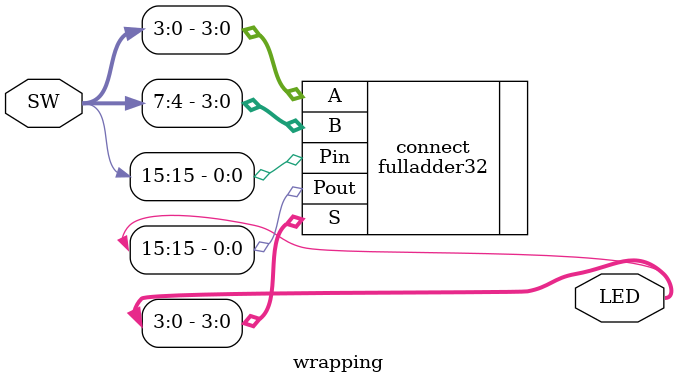
<source format=v>
`timescale 1ns / 1ps


module wrapping(
               input [15:0] SW,
               output [15:0] LED
    );

fulladder32 connect(
               .A(SW[3:0]),
               .B(SW[7:4]),
               .Pin(SW[15]),
               .S(LED[3:0]),
               .Pout(LED[15])
);

endmodule

</source>
